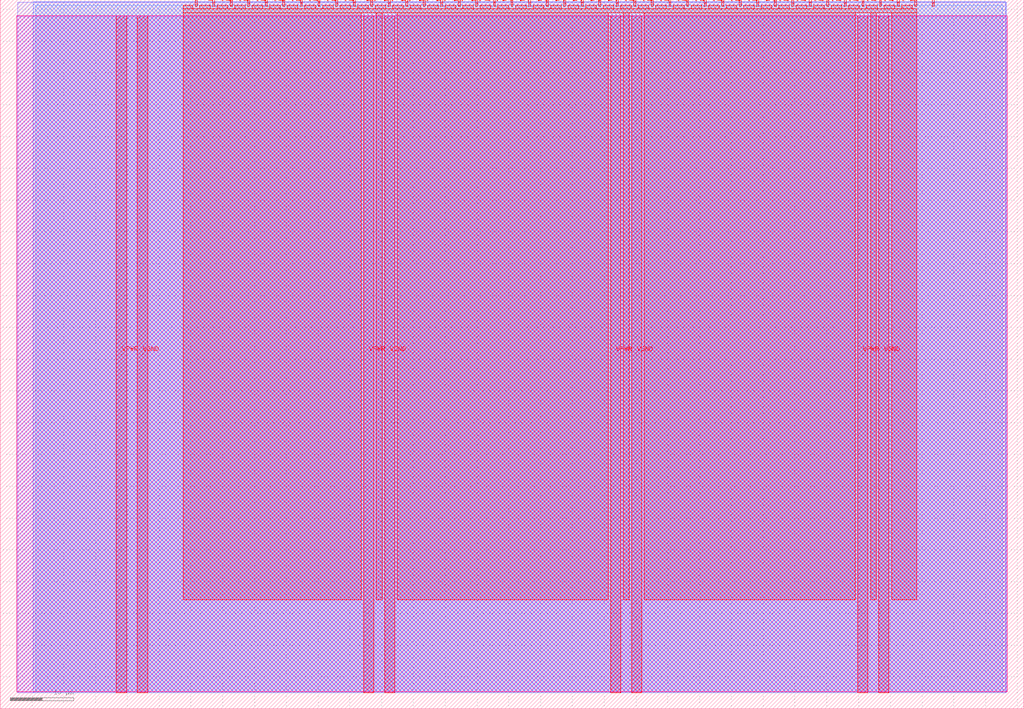
<source format=lef>
VERSION 5.7 ;
  NOWIREEXTENSIONATPIN ON ;
  DIVIDERCHAR "/" ;
  BUSBITCHARS "[]" ;
MACRO tt_um_dlmiles_dffram32x8_2r1w
  CLASS BLOCK ;
  FOREIGN tt_um_dlmiles_dffram32x8_2r1w ;
  ORIGIN 0.000 0.000 ;
  SIZE 161.000 BY 111.520 ;
  PIN VGND
    DIRECTION INOUT ;
    USE GROUND ;
    PORT
      LAYER met4 ;
        RECT 21.580 2.480 23.180 109.040 ;
    END
    PORT
      LAYER met4 ;
        RECT 60.450 2.480 62.050 109.040 ;
    END
    PORT
      LAYER met4 ;
        RECT 99.320 2.480 100.920 109.040 ;
    END
    PORT
      LAYER met4 ;
        RECT 138.190 2.480 139.790 109.040 ;
    END
  END VGND
  PIN VPWR
    DIRECTION INOUT ;
    USE POWER ;
    PORT
      LAYER met4 ;
        RECT 18.280 2.480 19.880 109.040 ;
    END
    PORT
      LAYER met4 ;
        RECT 57.150 2.480 58.750 109.040 ;
    END
    PORT
      LAYER met4 ;
        RECT 96.020 2.480 97.620 109.040 ;
    END
    PORT
      LAYER met4 ;
        RECT 134.890 2.480 136.490 109.040 ;
    END
  END VPWR
  PIN clk
    DIRECTION INPUT ;
    USE SIGNAL ;
    ANTENNAGATEAREA 0.852000 ;
    PORT
      LAYER met4 ;
        RECT 143.830 110.520 144.130 111.520 ;
    END
  END clk
  PIN ena
    DIRECTION INPUT ;
    USE SIGNAL ;
    PORT
      LAYER met4 ;
        RECT 146.590 110.520 146.890 111.520 ;
    END
  END ena
  PIN rst_n
    DIRECTION INPUT ;
    USE SIGNAL ;
    ANTENNAGATEAREA 0.196500 ;
    PORT
      LAYER met4 ;
        RECT 141.070 110.520 141.370 111.520 ;
    END
  END rst_n
  PIN ui_in[0]
    DIRECTION INPUT ;
    USE SIGNAL ;
    ANTENNAGATEAREA 0.196500 ;
    PORT
      LAYER met4 ;
        RECT 138.310 110.520 138.610 111.520 ;
    END
  END ui_in[0]
  PIN ui_in[1]
    DIRECTION INPUT ;
    USE SIGNAL ;
    ANTENNAGATEAREA 0.126000 ;
    PORT
      LAYER met4 ;
        RECT 135.550 110.520 135.850 111.520 ;
    END
  END ui_in[1]
  PIN ui_in[2]
    DIRECTION INPUT ;
    USE SIGNAL ;
    ANTENNAGATEAREA 0.196500 ;
    PORT
      LAYER met4 ;
        RECT 132.790 110.520 133.090 111.520 ;
    END
  END ui_in[2]
  PIN ui_in[3]
    DIRECTION INPUT ;
    USE SIGNAL ;
    ANTENNAGATEAREA 0.196500 ;
    PORT
      LAYER met4 ;
        RECT 130.030 110.520 130.330 111.520 ;
    END
  END ui_in[3]
  PIN ui_in[4]
    DIRECTION INPUT ;
    USE SIGNAL ;
    ANTENNAGATEAREA 0.196500 ;
    PORT
      LAYER met4 ;
        RECT 127.270 110.520 127.570 111.520 ;
    END
  END ui_in[4]
  PIN ui_in[5]
    DIRECTION INPUT ;
    USE SIGNAL ;
    ANTENNAGATEAREA 0.196500 ;
    PORT
      LAYER met4 ;
        RECT 124.510 110.520 124.810 111.520 ;
    END
  END ui_in[5]
  PIN ui_in[6]
    DIRECTION INPUT ;
    USE SIGNAL ;
    ANTENNAGATEAREA 0.631200 ;
    ANTENNADIFFAREA 0.434700 ;
    PORT
      LAYER met4 ;
        RECT 121.750 110.520 122.050 111.520 ;
    END
  END ui_in[6]
  PIN ui_in[7]
    DIRECTION INPUT ;
    USE SIGNAL ;
    ANTENNAGATEAREA 0.631200 ;
    ANTENNADIFFAREA 0.434700 ;
    PORT
      LAYER met4 ;
        RECT 118.990 110.520 119.290 111.520 ;
    END
  END ui_in[7]
  PIN uio_in[0]
    DIRECTION INPUT ;
    USE SIGNAL ;
    ANTENNAGATEAREA 0.126000 ;
    PORT
      LAYER met4 ;
        RECT 116.230 110.520 116.530 111.520 ;
    END
  END uio_in[0]
  PIN uio_in[1]
    DIRECTION INPUT ;
    USE SIGNAL ;
    ANTENNAGATEAREA 0.196500 ;
    PORT
      LAYER met4 ;
        RECT 113.470 110.520 113.770 111.520 ;
    END
  END uio_in[1]
  PIN uio_in[2]
    DIRECTION INPUT ;
    USE SIGNAL ;
    ANTENNAGATEAREA 0.196500 ;
    PORT
      LAYER met4 ;
        RECT 110.710 110.520 111.010 111.520 ;
    END
  END uio_in[2]
  PIN uio_in[3]
    DIRECTION INPUT ;
    USE SIGNAL ;
    ANTENNAGATEAREA 0.159000 ;
    PORT
      LAYER met4 ;
        RECT 107.950 110.520 108.250 111.520 ;
    END
  END uio_in[3]
  PIN uio_in[4]
    DIRECTION INPUT ;
    USE SIGNAL ;
    ANTENNAGATEAREA 0.196500 ;
    PORT
      LAYER met4 ;
        RECT 105.190 110.520 105.490 111.520 ;
    END
  END uio_in[4]
  PIN uio_in[5]
    DIRECTION INPUT ;
    USE SIGNAL ;
    ANTENNAGATEAREA 0.159000 ;
    PORT
      LAYER met4 ;
        RECT 102.430 110.520 102.730 111.520 ;
    END
  END uio_in[5]
  PIN uio_in[6]
    DIRECTION INPUT ;
    USE SIGNAL ;
    ANTENNAGATEAREA 0.196500 ;
    PORT
      LAYER met4 ;
        RECT 99.670 110.520 99.970 111.520 ;
    END
  END uio_in[6]
  PIN uio_in[7]
    DIRECTION INPUT ;
    USE SIGNAL ;
    ANTENNAGATEAREA 0.213000 ;
    PORT
      LAYER met4 ;
        RECT 96.910 110.520 97.210 111.520 ;
    END
  END uio_in[7]
  PIN uio_oe[0]
    DIRECTION OUTPUT ;
    USE SIGNAL ;
    PORT
      LAYER met4 ;
        RECT 49.990 110.520 50.290 111.520 ;
    END
  END uio_oe[0]
  PIN uio_oe[1]
    DIRECTION OUTPUT ;
    USE SIGNAL ;
    PORT
      LAYER met4 ;
        RECT 47.230 110.520 47.530 111.520 ;
    END
  END uio_oe[1]
  PIN uio_oe[2]
    DIRECTION OUTPUT ;
    USE SIGNAL ;
    PORT
      LAYER met4 ;
        RECT 44.470 110.520 44.770 111.520 ;
    END
  END uio_oe[2]
  PIN uio_oe[3]
    DIRECTION OUTPUT ;
    USE SIGNAL ;
    PORT
      LAYER met4 ;
        RECT 41.710 110.520 42.010 111.520 ;
    END
  END uio_oe[3]
  PIN uio_oe[4]
    DIRECTION OUTPUT ;
    USE SIGNAL ;
    PORT
      LAYER met4 ;
        RECT 38.950 110.520 39.250 111.520 ;
    END
  END uio_oe[4]
  PIN uio_oe[5]
    DIRECTION OUTPUT ;
    USE SIGNAL ;
    PORT
      LAYER met4 ;
        RECT 36.190 110.520 36.490 111.520 ;
    END
  END uio_oe[5]
  PIN uio_oe[6]
    DIRECTION OUTPUT ;
    USE SIGNAL ;
    PORT
      LAYER met4 ;
        RECT 33.430 110.520 33.730 111.520 ;
    END
  END uio_oe[6]
  PIN uio_oe[7]
    DIRECTION OUTPUT ;
    USE SIGNAL ;
    PORT
      LAYER met4 ;
        RECT 30.670 110.520 30.970 111.520 ;
    END
  END uio_oe[7]
  PIN uio_out[0]
    DIRECTION OUTPUT ;
    USE SIGNAL ;
    PORT
      LAYER met4 ;
        RECT 72.070 110.520 72.370 111.520 ;
    END
  END uio_out[0]
  PIN uio_out[1]
    DIRECTION OUTPUT ;
    USE SIGNAL ;
    PORT
      LAYER met4 ;
        RECT 69.310 110.520 69.610 111.520 ;
    END
  END uio_out[1]
  PIN uio_out[2]
    DIRECTION OUTPUT ;
    USE SIGNAL ;
    PORT
      LAYER met4 ;
        RECT 66.550 110.520 66.850 111.520 ;
    END
  END uio_out[2]
  PIN uio_out[3]
    DIRECTION OUTPUT ;
    USE SIGNAL ;
    PORT
      LAYER met4 ;
        RECT 63.790 110.520 64.090 111.520 ;
    END
  END uio_out[3]
  PIN uio_out[4]
    DIRECTION OUTPUT ;
    USE SIGNAL ;
    PORT
      LAYER met4 ;
        RECT 61.030 110.520 61.330 111.520 ;
    END
  END uio_out[4]
  PIN uio_out[5]
    DIRECTION OUTPUT ;
    USE SIGNAL ;
    PORT
      LAYER met4 ;
        RECT 58.270 110.520 58.570 111.520 ;
    END
  END uio_out[5]
  PIN uio_out[6]
    DIRECTION OUTPUT ;
    USE SIGNAL ;
    PORT
      LAYER met4 ;
        RECT 55.510 110.520 55.810 111.520 ;
    END
  END uio_out[6]
  PIN uio_out[7]
    DIRECTION OUTPUT ;
    USE SIGNAL ;
    PORT
      LAYER met4 ;
        RECT 52.750 110.520 53.050 111.520 ;
    END
  END uio_out[7]
  PIN uo_out[0]
    DIRECTION OUTPUT ;
    USE SIGNAL ;
    ANTENNADIFFAREA 0.445500 ;
    PORT
      LAYER met4 ;
        RECT 94.150 110.520 94.450 111.520 ;
    END
  END uo_out[0]
  PIN uo_out[1]
    DIRECTION OUTPUT ;
    USE SIGNAL ;
    ANTENNADIFFAREA 0.445500 ;
    PORT
      LAYER met4 ;
        RECT 91.390 110.520 91.690 111.520 ;
    END
  END uo_out[1]
  PIN uo_out[2]
    DIRECTION OUTPUT ;
    USE SIGNAL ;
    ANTENNADIFFAREA 0.445500 ;
    PORT
      LAYER met4 ;
        RECT 88.630 110.520 88.930 111.520 ;
    END
  END uo_out[2]
  PIN uo_out[3]
    DIRECTION OUTPUT ;
    USE SIGNAL ;
    ANTENNADIFFAREA 0.445500 ;
    PORT
      LAYER met4 ;
        RECT 85.870 110.520 86.170 111.520 ;
    END
  END uo_out[3]
  PIN uo_out[4]
    DIRECTION OUTPUT ;
    USE SIGNAL ;
    ANTENNADIFFAREA 0.891000 ;
    PORT
      LAYER met4 ;
        RECT 83.110 110.520 83.410 111.520 ;
    END
  END uo_out[4]
  PIN uo_out[5]
    DIRECTION OUTPUT ;
    USE SIGNAL ;
    ANTENNADIFFAREA 0.891000 ;
    PORT
      LAYER met4 ;
        RECT 80.350 110.520 80.650 111.520 ;
    END
  END uo_out[5]
  PIN uo_out[6]
    DIRECTION OUTPUT ;
    USE SIGNAL ;
    ANTENNADIFFAREA 0.891000 ;
    PORT
      LAYER met4 ;
        RECT 77.590 110.520 77.890 111.520 ;
    END
  END uo_out[6]
  PIN uo_out[7]
    DIRECTION OUTPUT ;
    USE SIGNAL ;
    ANTENNADIFFAREA 0.891000 ;
    PORT
      LAYER met4 ;
        RECT 74.830 110.520 75.130 111.520 ;
    END
  END uo_out[7]
  OBS
      LAYER nwell ;
        RECT 2.570 2.635 158.430 108.990 ;
      LAYER li1 ;
        RECT 2.760 2.635 158.240 108.885 ;
      LAYER met1 ;
        RECT 2.760 2.480 158.240 111.140 ;
      LAYER met2 ;
        RECT 5.160 2.535 158.140 111.170 ;
      LAYER met3 ;
        RECT 5.585 2.555 157.715 110.665 ;
      LAYER met4 ;
        RECT 28.815 110.120 30.270 110.665 ;
        RECT 31.370 110.120 33.030 110.665 ;
        RECT 34.130 110.120 35.790 110.665 ;
        RECT 36.890 110.120 38.550 110.665 ;
        RECT 39.650 110.120 41.310 110.665 ;
        RECT 42.410 110.120 44.070 110.665 ;
        RECT 45.170 110.120 46.830 110.665 ;
        RECT 47.930 110.120 49.590 110.665 ;
        RECT 50.690 110.120 52.350 110.665 ;
        RECT 53.450 110.120 55.110 110.665 ;
        RECT 56.210 110.120 57.870 110.665 ;
        RECT 58.970 110.120 60.630 110.665 ;
        RECT 61.730 110.120 63.390 110.665 ;
        RECT 64.490 110.120 66.150 110.665 ;
        RECT 67.250 110.120 68.910 110.665 ;
        RECT 70.010 110.120 71.670 110.665 ;
        RECT 72.770 110.120 74.430 110.665 ;
        RECT 75.530 110.120 77.190 110.665 ;
        RECT 78.290 110.120 79.950 110.665 ;
        RECT 81.050 110.120 82.710 110.665 ;
        RECT 83.810 110.120 85.470 110.665 ;
        RECT 86.570 110.120 88.230 110.665 ;
        RECT 89.330 110.120 90.990 110.665 ;
        RECT 92.090 110.120 93.750 110.665 ;
        RECT 94.850 110.120 96.510 110.665 ;
        RECT 97.610 110.120 99.270 110.665 ;
        RECT 100.370 110.120 102.030 110.665 ;
        RECT 103.130 110.120 104.790 110.665 ;
        RECT 105.890 110.120 107.550 110.665 ;
        RECT 108.650 110.120 110.310 110.665 ;
        RECT 111.410 110.120 113.070 110.665 ;
        RECT 114.170 110.120 115.830 110.665 ;
        RECT 116.930 110.120 118.590 110.665 ;
        RECT 119.690 110.120 121.350 110.665 ;
        RECT 122.450 110.120 124.110 110.665 ;
        RECT 125.210 110.120 126.870 110.665 ;
        RECT 127.970 110.120 129.630 110.665 ;
        RECT 130.730 110.120 132.390 110.665 ;
        RECT 133.490 110.120 135.150 110.665 ;
        RECT 136.250 110.120 137.910 110.665 ;
        RECT 139.010 110.120 140.670 110.665 ;
        RECT 141.770 110.120 143.430 110.665 ;
        RECT 28.815 109.440 144.145 110.120 ;
        RECT 28.815 17.175 56.750 109.440 ;
        RECT 59.150 17.175 60.050 109.440 ;
        RECT 62.450 17.175 95.620 109.440 ;
        RECT 98.020 17.175 98.920 109.440 ;
        RECT 101.320 17.175 134.490 109.440 ;
        RECT 136.890 17.175 137.790 109.440 ;
        RECT 140.190 17.175 144.145 109.440 ;
  END
END tt_um_dlmiles_dffram32x8_2r1w
END LIBRARY


</source>
